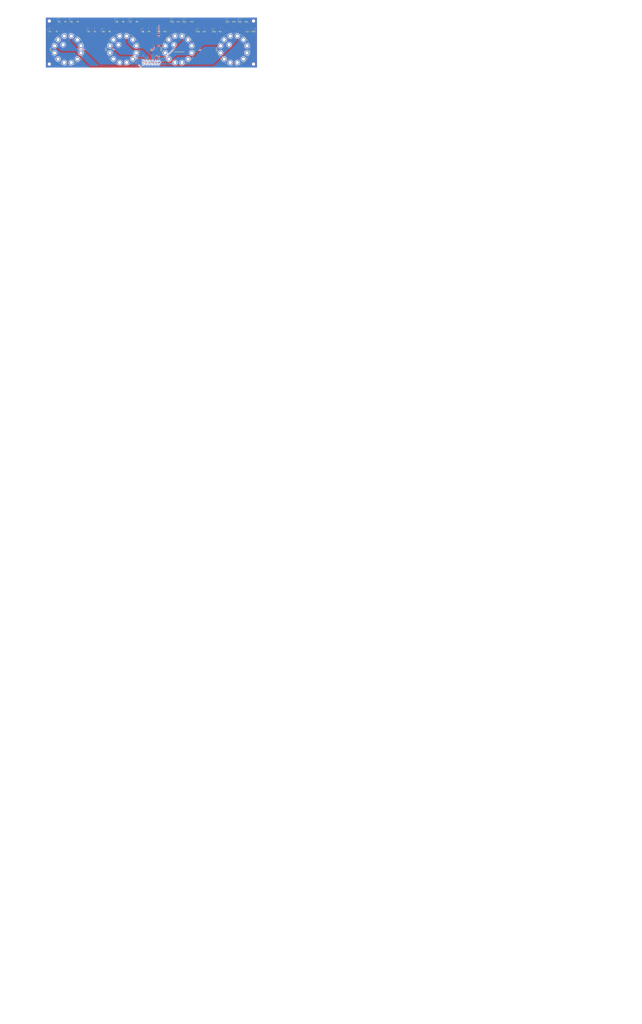
<source format=kicad_pcb>
(kicad_pcb
	(version 20240108)
	(generator "pcbnew")
	(generator_version "8.0")
	(general
		(thickness 1.6)
		(legacy_teardrops no)
	)
	(paper "A4")
	(layers
		(0 "F.Cu" signal)
		(31 "B.Cu" signal)
		(34 "B.Paste" user)
		(35 "F.Paste" user)
		(36 "B.SilkS" user "B.Silkscreen")
		(37 "F.SilkS" user "F.Silkscreen")
		(38 "B.Mask" user)
		(39 "F.Mask" user)
		(44 "Edge.Cuts" user)
		(45 "Margin" user)
		(46 "B.CrtYd" user "B.Courtyard")
		(47 "F.CrtYd" user "F.Courtyard")
		(48 "B.Fab" user)
		(49 "F.Fab" user)
	)
	(setup
		(stackup
			(layer "F.SilkS"
				(type "Top Silk Screen")
				(color "White")
			)
			(layer "F.Paste"
				(type "Top Solder Paste")
			)
			(layer "F.Mask"
				(type "Top Solder Mask")
				(color "Black")
				(thickness 0.01)
			)
			(layer "F.Cu"
				(type "copper")
				(thickness 0.035)
			)
			(layer "dielectric 1"
				(type "core")
				(thickness 1.51)
				(material "FR4")
				(epsilon_r 4.5)
				(loss_tangent 0.02)
			)
			(layer "B.Cu"
				(type "copper")
				(thickness 0.035)
			)
			(layer "B.Mask"
				(type "Bottom Solder Mask")
				(color "Black")
				(thickness 0.01)
			)
			(layer "B.Paste"
				(type "Bottom Solder Paste")
			)
			(layer "B.SilkS"
				(type "Bottom Silk Screen")
				(color "White")
			)
			(copper_finish "None")
			(dielectric_constraints yes)
		)
		(pad_to_mask_clearance 0)
		(allow_soldermask_bridges_in_footprints no)
		(aux_axis_origin 74 130)
		(grid_origin 74 130)
		(pcbplotparams
			(layerselection 0x00010fc_ffffffff)
			(plot_on_all_layers_selection 0x0000000_00000000)
			(disableapertmacros no)
			(usegerberextensions no)
			(usegerberattributes yes)
			(usegerberadvancedattributes yes)
			(creategerberjobfile yes)
			(dashed_line_dash_ratio 12.000000)
			(dashed_line_gap_ratio 3.000000)
			(svgprecision 4)
			(plotframeref no)
			(viasonmask no)
			(mode 1)
			(useauxorigin no)
			(hpglpennumber 1)
			(hpglpenspeed 20)
			(hpglpendiameter 15.000000)
			(pdf_front_fp_property_popups yes)
			(pdf_back_fp_property_popups yes)
			(dxfpolygonmode yes)
			(dxfimperialunits yes)
			(dxfusepcbnewfont yes)
			(psnegative no)
			(psa4output no)
			(plotreference yes)
			(plotvalue yes)
			(plotfptext yes)
			(plotinvisibletext no)
			(sketchpadsonfab no)
			(subtractmaskfromsilk no)
			(outputformat 1)
			(mirror no)
			(drillshape 1)
			(scaleselection 1)
			(outputdirectory "")
		)
	)
	(net 0 "")
	(net 1 "/LED_PWR")
	(net 2 "Net-(D1-A)")
	(net 3 "Net-(D2-A)")
	(net 4 "Net-(D3-A)")
	(net 5 "Net-(D4-A)")
	(net 6 "Net-(D5-A)")
	(net 7 "Net-(D6-A)")
	(net 8 "+3V3")
	(net 9 "/ATT Capt")
	(net 10 "/AIR Capt")
	(net 11 "/ATT FO")
	(net 12 "/AIR FO")
	(net 13 "/EIS Capt")
	(net 14 "/PWM_1")
	(net 15 "/EIS FO")
	(net 16 "GND")
	(net 17 "/ECAM Capt")
	(net 18 "VBUS")
	(net 19 "/ECAM FO")
	(net 20 "unconnected-(SW1-Pad2)")
	(net 21 "unconnected-(SW1-Pad3)")
	(net 22 "unconnected-(SW1-Pad5)")
	(net 23 "unconnected-(SW1-Pad6)")
	(net 24 "unconnected-(SW1-Pad7)")
	(net 25 "unconnected-(SW1-Pad8)")
	(net 26 "unconnected-(SW1-Pad9)")
	(net 27 "unconnected-(SW1-Pad10)")
	(net 28 "unconnected-(SW1-Pad11)")
	(net 29 "unconnected-(SW1-Pad12)")
	(net 30 "unconnected-(SW2-Pad2)")
	(net 31 "unconnected-(SW2-Pad3)")
	(net 32 "unconnected-(SW2-Pad5)")
	(net 33 "unconnected-(SW2-Pad6)")
	(net 34 "unconnected-(SW2-Pad7)")
	(net 35 "unconnected-(SW2-Pad8)")
	(net 36 "unconnected-(SW2-Pad9)")
	(net 37 "unconnected-(SW2-Pad10)")
	(net 38 "unconnected-(SW2-Pad11)")
	(net 39 "unconnected-(SW2-Pad12)")
	(net 40 "unconnected-(SW3-Pad2)")
	(net 41 "unconnected-(SW3-Pad3)")
	(net 42 "unconnected-(SW3-Pad5)")
	(net 43 "unconnected-(SW3-Pad6)")
	(net 44 "unconnected-(SW3-Pad7)")
	(net 45 "unconnected-(SW3-Pad8)")
	(net 46 "unconnected-(SW3-Pad9)")
	(net 47 "unconnected-(SW3-Pad10)")
	(net 48 "unconnected-(SW3-Pad11)")
	(net 49 "unconnected-(SW3-Pad12)")
	(net 50 "unconnected-(SW4-Pad2)")
	(net 51 "unconnected-(SW4-Pad3)")
	(net 52 "unconnected-(SW4-Pad5)")
	(net 53 "unconnected-(SW4-Pad6)")
	(net 54 "unconnected-(SW4-Pad7)")
	(net 55 "unconnected-(SW4-Pad8)")
	(net 56 "unconnected-(SW4-Pad9)")
	(net 57 "unconnected-(SW4-Pad10)")
	(net 58 "unconnected-(SW4-Pad11)")
	(net 59 "unconnected-(SW4-Pad12)")
	(net 60 "Net-(D7-A)")
	(net 61 "Net-(D8-A)")
	(net 62 "Net-(D9-A)")
	(net 63 "Net-(D10-A)")
	(net 64 "Net-(D11-A)")
	(net 65 "Net-(D12-A)")
	(net 66 "Net-(D13-A)")
	(net 67 "Net-(D14-A)")
	(net 68 "Net-(D15-A)")
	(net 69 "Net-(D16-A)")
	(footprint "MountingHole:MountingHole_2.2mm_M2" (layer "F.Cu") (at 243 127))
	(footprint "LED_SMD:LED_0805_2012Metric" (layer "F.Cu") (at 187.0625 91))
	(footprint "LED_SMD:LED_0805_2012Metric" (layer "F.Cu") (at 121 99))
	(footprint "Resistor_SMD:R_0805_2012Metric" (layer "F.Cu") (at 100.0875 91 180))
	(footprint "LED_SMD:LED_0805_2012Metric" (layer "F.Cu") (at 94.9375 91))
	(footprint "NiasStuff:C&K_Rotary_Switches" (layer "F.Cu") (at 227 115 90))
	(footprint "MountingHole:MountingHole_2.2mm_M2" (layer "F.Cu") (at 77 127))
	(footprint "Resistor_SMD:R_0805_2012Metric" (layer "F.Cu") (at 227.025 91 180))
	(footprint "LED_SMD:LED_0805_2012Metric" (layer "F.Cu") (at 109.0625 99))
	(footprint "LED_SMD:LED_0805_2012Metric" (layer "F.Cu") (at 85.0625 91))
	(footprint "NiasStuff:C&K_Rotary_Switches" (layer "F.Cu") (at 182 115 90))
	(footprint "Resistor_SMD:R_0805_2012Metric" (layer "F.Cu") (at 238.0875 99))
	(footprint "Resistor_SMD:R_0805_2012Metric" (layer "F.Cu") (at 90.0875 91 180))
	(footprint "Resistor_SMD:R_0805_2012Metric" (layer "F.Cu") (at 158.0875 99 180))
	(footprint "Resistor_SMD:R_0805_2012Metric" (layer "F.Cu") (at 182.025 91 180))
	(footprint "LED_SMD:LED_0805_2012Metric" (layer "F.Cu") (at 132 91))
	(footprint "LED_SMD:LED_0805_2012Metric" (layer "F.Cu") (at 143.0625 91))
	(footprint "Resistor_SMD:R_0805_2012Metric" (layer "F.Cu") (at 192.9125 91 180))
	(footprint "LED_SMD:LED_0805_2012Metric" (layer "F.Cu") (at 198 99))
	(footprint "NiasStuff:C&K_Rotary_Switches" (layer "F.Cu") (at 92 115 90))
	(footprint "Resistor_SMD:R_0805_2012Metric" (layer "F.Cu") (at 237.025 91 180))
	(footprint "Resistor_SMD:R_0805_2012Metric" (layer "F.Cu") (at 83.0875 99 180))
	(footprint "Resistor_SMD:R_0805_2012Metric" (layer "F.Cu") (at 148.0875 91 180))
	(footprint "LED_SMD:LED_0805_2012Metric" (layer "F.Cu") (at 77.5025 99))
	(footprint "LED_SMD:LED_0805_2012Metric" (layer "F.Cu") (at 242.9375 99 180))
	(footprint "LED_SMD:LED_0805_2012Metric" (layer "F.Cu") (at 222 91))
	(footprint "Resistor_SMD:R_0805_2012Metric" (layer "F.Cu") (at 203.0875 99 180))
	(footprint "NiasStuff:C&K_Rotary_Switches" (layer "F.Cu") (at 137 115 90))
	(footprint "Resistor_SMD:R_0805_2012Metric" (layer "F.Cu") (at 171.0875 99 180))
	(footprint "Resistor_SMD:R_0805_2012Metric" (layer "F.Cu") (at 126.0875 99 180))
	(footprint "LED_SMD:LED_0805_2012Metric" (layer "F.Cu") (at 231.9375 91))
	(footprint "Resistor_SMD:R_0805_2012Metric" (layer "F.Cu") (at 216.0875 99 180))
	(footprint "Package_TO_SOT_SMD:SOT-23-3" (layer "F.Cu") (at 162.05 115.1375 90))
	(footprint "Resistor_SMD:R_0603_1608Metric" (layer "F.Cu") (at 161.925 120))
	(footprint "Resistor_SMD:R_0805_2012Metric" (layer "F.Cu") (at 114.0875 99 180))
	(footprint "MountingHole:MountingHole_2.2mm_M2" (layer "F.Cu") (at 243 92))
	(footprint "LED_SMD:LED_0805_2012Metric" (layer "F.Cu") (at 153.0625 99))
	(footprint "LED_SMD:LED_0805_2012Metric" (layer "F.Cu") (at 211 99))
	(footprint "LED_SMD:LED_0805_2012Metric" (layer "F.Cu") (at 166.0625 99))
	(footprint "MountingHole:MountingHole_2.2mm_M2" (layer "F.Cu") (at 77 92))
	(footprint "Resistor_SMD:R_0805_2012Metric"
		(layer "F.Cu")
		(uuid "eca86570-2f67-4cdb-82f9-694eabdf091a")
		(at 137.0875 91 180)
		(descr "Resistor SMD 0805 (2012 Metric), square (rectangular) end terminal, IPC_7351 nominal, (Body size source: IPC-SM-782 page 72, https://www.pcb-3d.com/wordpress/wp-content/uploads/ipc-sm-782a_amendment_1_and_2.pdf), generated with kicad-
... [1099333 chars truncated]
</source>
